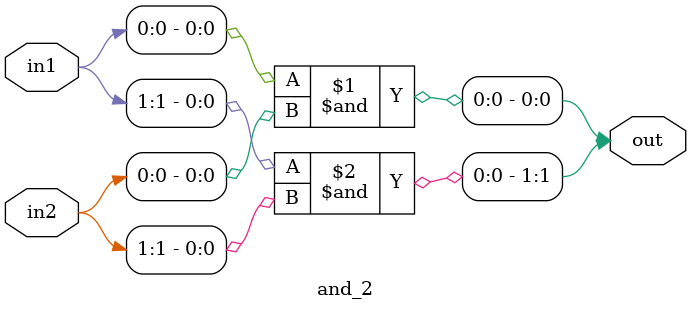
<source format=v>
module and_2(out, in1, in2);
	
	input [1:0] in1, in2;
	output [1:0] out;
	
	and and1(out[0], in1[0], in2[0]);
	and and2(out[1], in1[1], in2[1]);
	
endmodule	
	
</source>
